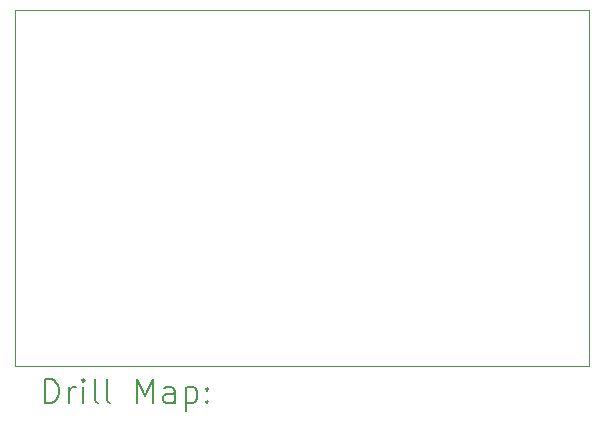
<source format=gbr>
%TF.GenerationSoftware,KiCad,Pcbnew,7.0.6-0*%
%TF.CreationDate,2023-11-15T10:52:04-05:00*%
%TF.ProjectId,AntSniffer,416e7453-6e69-4666-9665-722e6b696361,rev?*%
%TF.SameCoordinates,Original*%
%TF.FileFunction,Drillmap*%
%TF.FilePolarity,Positive*%
%FSLAX45Y45*%
G04 Gerber Fmt 4.5, Leading zero omitted, Abs format (unit mm)*
G04 Created by KiCad (PCBNEW 7.0.6-0) date 2023-11-15 10:52:04*
%MOMM*%
%LPD*%
G01*
G04 APERTURE LIST*
%ADD10C,0.100000*%
%ADD11C,0.200000*%
G04 APERTURE END LIST*
D10*
X14430000Y-4254500D02*
X19290000Y-4254500D01*
X19290000Y-7261860D01*
X14430000Y-7261860D01*
X14430000Y-4254500D01*
D11*
X14685777Y-7578344D02*
X14685777Y-7378344D01*
X14685777Y-7378344D02*
X14733396Y-7378344D01*
X14733396Y-7378344D02*
X14761967Y-7387868D01*
X14761967Y-7387868D02*
X14781015Y-7406915D01*
X14781015Y-7406915D02*
X14790539Y-7425963D01*
X14790539Y-7425963D02*
X14800062Y-7464058D01*
X14800062Y-7464058D02*
X14800062Y-7492629D01*
X14800062Y-7492629D02*
X14790539Y-7530725D01*
X14790539Y-7530725D02*
X14781015Y-7549772D01*
X14781015Y-7549772D02*
X14761967Y-7568820D01*
X14761967Y-7568820D02*
X14733396Y-7578344D01*
X14733396Y-7578344D02*
X14685777Y-7578344D01*
X14885777Y-7578344D02*
X14885777Y-7445010D01*
X14885777Y-7483106D02*
X14895301Y-7464058D01*
X14895301Y-7464058D02*
X14904824Y-7454534D01*
X14904824Y-7454534D02*
X14923872Y-7445010D01*
X14923872Y-7445010D02*
X14942920Y-7445010D01*
X15009586Y-7578344D02*
X15009586Y-7445010D01*
X15009586Y-7378344D02*
X15000062Y-7387868D01*
X15000062Y-7387868D02*
X15009586Y-7397391D01*
X15009586Y-7397391D02*
X15019110Y-7387868D01*
X15019110Y-7387868D02*
X15009586Y-7378344D01*
X15009586Y-7378344D02*
X15009586Y-7397391D01*
X15133396Y-7578344D02*
X15114348Y-7568820D01*
X15114348Y-7568820D02*
X15104824Y-7549772D01*
X15104824Y-7549772D02*
X15104824Y-7378344D01*
X15238158Y-7578344D02*
X15219110Y-7568820D01*
X15219110Y-7568820D02*
X15209586Y-7549772D01*
X15209586Y-7549772D02*
X15209586Y-7378344D01*
X15466729Y-7578344D02*
X15466729Y-7378344D01*
X15466729Y-7378344D02*
X15533396Y-7521201D01*
X15533396Y-7521201D02*
X15600062Y-7378344D01*
X15600062Y-7378344D02*
X15600062Y-7578344D01*
X15781015Y-7578344D02*
X15781015Y-7473582D01*
X15781015Y-7473582D02*
X15771491Y-7454534D01*
X15771491Y-7454534D02*
X15752443Y-7445010D01*
X15752443Y-7445010D02*
X15714348Y-7445010D01*
X15714348Y-7445010D02*
X15695301Y-7454534D01*
X15781015Y-7568820D02*
X15761967Y-7578344D01*
X15761967Y-7578344D02*
X15714348Y-7578344D01*
X15714348Y-7578344D02*
X15695301Y-7568820D01*
X15695301Y-7568820D02*
X15685777Y-7549772D01*
X15685777Y-7549772D02*
X15685777Y-7530725D01*
X15685777Y-7530725D02*
X15695301Y-7511677D01*
X15695301Y-7511677D02*
X15714348Y-7502153D01*
X15714348Y-7502153D02*
X15761967Y-7502153D01*
X15761967Y-7502153D02*
X15781015Y-7492629D01*
X15876253Y-7445010D02*
X15876253Y-7645010D01*
X15876253Y-7454534D02*
X15895301Y-7445010D01*
X15895301Y-7445010D02*
X15933396Y-7445010D01*
X15933396Y-7445010D02*
X15952443Y-7454534D01*
X15952443Y-7454534D02*
X15961967Y-7464058D01*
X15961967Y-7464058D02*
X15971491Y-7483106D01*
X15971491Y-7483106D02*
X15971491Y-7540248D01*
X15971491Y-7540248D02*
X15961967Y-7559296D01*
X15961967Y-7559296D02*
X15952443Y-7568820D01*
X15952443Y-7568820D02*
X15933396Y-7578344D01*
X15933396Y-7578344D02*
X15895301Y-7578344D01*
X15895301Y-7578344D02*
X15876253Y-7568820D01*
X16057205Y-7559296D02*
X16066729Y-7568820D01*
X16066729Y-7568820D02*
X16057205Y-7578344D01*
X16057205Y-7578344D02*
X16047682Y-7568820D01*
X16047682Y-7568820D02*
X16057205Y-7559296D01*
X16057205Y-7559296D02*
X16057205Y-7578344D01*
X16057205Y-7454534D02*
X16066729Y-7464058D01*
X16066729Y-7464058D02*
X16057205Y-7473582D01*
X16057205Y-7473582D02*
X16047682Y-7464058D01*
X16047682Y-7464058D02*
X16057205Y-7454534D01*
X16057205Y-7454534D02*
X16057205Y-7473582D01*
M02*

</source>
